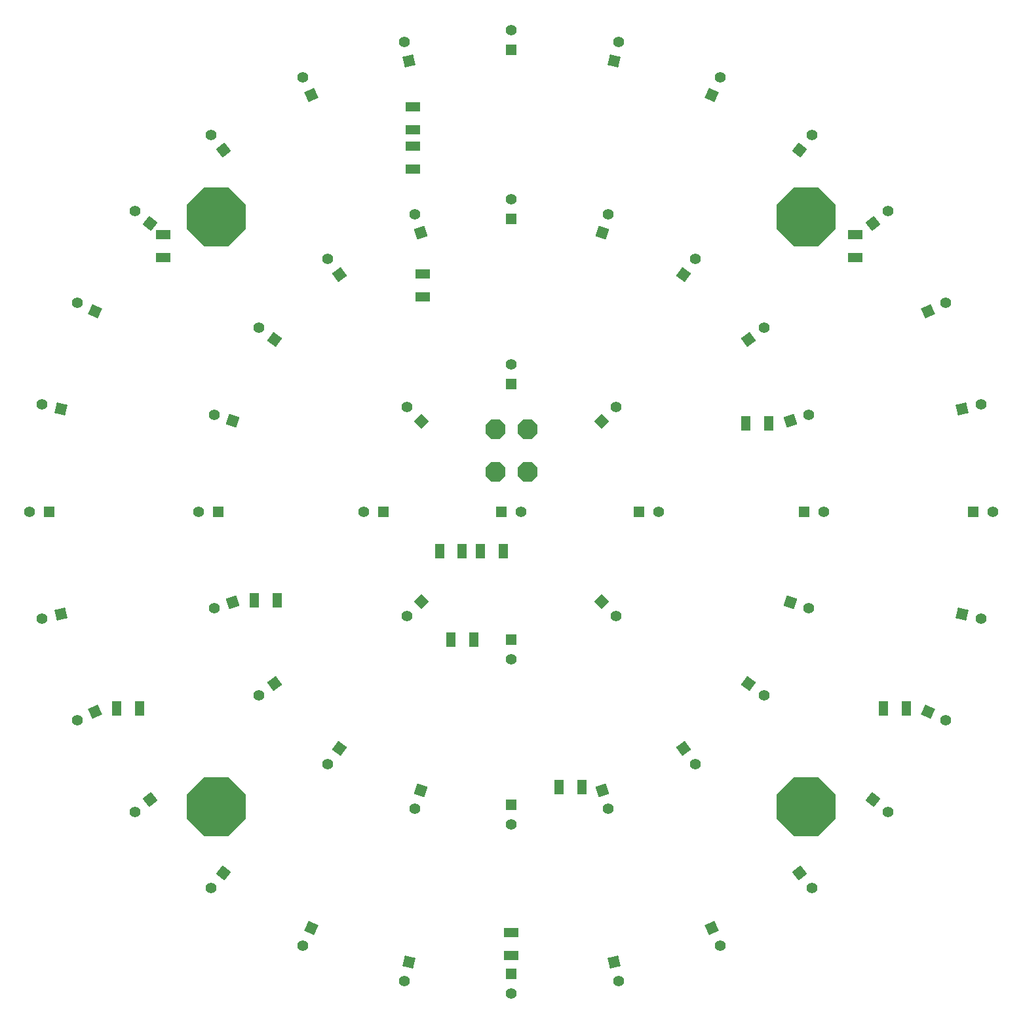
<source format=gbs>
G04*
G04 #@! TF.GenerationSoftware,Altium Limited,Altium Designer,18.1.7 (191)*
G04*
G04 Layer_Color=16711935*
%FSLAX44Y44*%
%MOMM*%
G71*
G01*
G75*
%ADD15P,8.2479X8X22.5*%
%ADD16P,2.8142X8X202.5*%
%ADD17P,2.8142X8X292.5*%
%ADD18C,1.4000*%
%ADD19P,1.9799X4X270.0*%
%ADD20R,1.4000X1.4000*%
%ADD21R,1.4000X1.4000*%
%ADD22P,1.9799X4X173.6*%
%ADD23P,1.9799X4X237.9*%
%ADD24P,1.9799X4X302.1*%
%ADD25P,1.9799X4X366.4*%
%ADD26P,1.9799X4X70.7*%
%ADD27P,1.9799X4X207.0*%
%ADD28P,1.9799X4X297.0*%
%ADD29P,1.9799X4X160.7*%
%ADD30R,1.4000X1.4000*%
%ADD31P,1.9799X4X289.3*%
%ADD32P,1.9799X4X180.0*%
%ADD33P,1.9799X4X189.0*%
%ADD34P,1.9799X4X279.0*%
%ADD35P,1.9799X4X147.9*%
%ADD36P,1.9799X4X212.1*%
%ADD37P,1.9799X4X276.4*%
%ADD38P,1.9799X4X171.0*%
%ADD39P,1.9799X4X261.0*%
%ADD40P,1.9799X4X199.3*%
%ADD41P,1.9799X4X263.6*%
%ADD42P,1.9799X4X153.0*%
%ADD43P,1.9799X4X243.0*%
%ADD44R,1.4000X1.4000*%
%ADD79R,1.2500X1.9000*%
%ADD80R,1.9000X1.2500*%
D15*
X-381000Y-381000D02*
D03*
X381000D02*
D03*
Y381000D02*
D03*
X-381000D02*
D03*
D16*
X20999Y106240D02*
D03*
X-21001Y106240D02*
D03*
D17*
X20999Y51240D02*
D03*
X-21001Y51240D02*
D03*
D18*
X-134704Y-134704D02*
D03*
X0Y190500D02*
D03*
X-403860Y0D02*
D03*
X0Y-403860D02*
D03*
X403860Y0D02*
D03*
X-387998Y486534D02*
D03*
X-606698Y-138474D02*
D03*
X-138475Y-606698D02*
D03*
X486533Y-387998D02*
D03*
X560673Y270006D02*
D03*
X-190500Y0D02*
D03*
X134704Y134704D02*
D03*
X-384094Y124800D02*
D03*
X-124800Y-384094D02*
D03*
X384094Y-124800D02*
D03*
X124800Y384094D02*
D03*
X-270006Y560673D02*
D03*
X-622300Y0D02*
D03*
X-270006Y-560673D02*
D03*
X387997Y-486534D02*
D03*
X606698Y138475D02*
D03*
X138475Y606698D02*
D03*
X-134704Y134704D02*
D03*
X190500Y0D02*
D03*
X-326730Y237383D02*
D03*
X-237383Y-326730D02*
D03*
X326730Y-237383D02*
D03*
X237383Y326730D02*
D03*
X-138475Y606698D02*
D03*
X-606698Y138475D02*
D03*
X-387998Y-486533D02*
D03*
X270005Y-560673D02*
D03*
X622300Y-1D02*
D03*
X270006Y560673D02*
D03*
X12700Y0D02*
D03*
X134704Y-134704D02*
D03*
X-237383Y326730D02*
D03*
X-326730Y-237383D02*
D03*
X237383Y-326730D02*
D03*
X326730Y237383D02*
D03*
X-560673Y270006D02*
D03*
X-486534Y-387997D02*
D03*
X138474Y-606698D02*
D03*
X606698Y-138476D02*
D03*
X387998Y486534D02*
D03*
X0Y-190500D02*
D03*
X-124800Y384094D02*
D03*
X-384094Y-124800D02*
D03*
X124800Y-384094D02*
D03*
X384094Y124800D02*
D03*
X-486534Y387998D02*
D03*
X-560673Y-270005D02*
D03*
X-1Y-622300D02*
D03*
X560673Y-270007D02*
D03*
X486534Y387998D02*
D03*
X0Y622300D02*
D03*
X0Y403860D02*
D03*
D19*
X-116743Y-116743D02*
D03*
X116743Y116743D02*
D03*
D20*
X0Y165100D02*
D03*
Y-378460D02*
D03*
Y-165100D02*
D03*
X-1Y-596900D02*
D03*
X0Y378460D02*
D03*
D21*
X-378460Y0D02*
D03*
X378460D02*
D03*
X-165100D02*
D03*
X165100D02*
D03*
X596900Y-1D02*
D03*
X-12700Y0D02*
D03*
D22*
X-372161Y466675D02*
D03*
X372160Y-466676D02*
D03*
D23*
X-581935Y-132822D02*
D03*
X581935Y132823D02*
D03*
D24*
X-132823Y-581934D02*
D03*
X132823Y581934D02*
D03*
D25*
X466675Y-372162D02*
D03*
X-466675Y372161D02*
D03*
D26*
X537788Y258985D02*
D03*
X-537789Y-258985D02*
D03*
D27*
X-359937Y116951D02*
D03*
X359937Y-116951D02*
D03*
D28*
X-116951Y-359937D02*
D03*
X116951Y359937D02*
D03*
D29*
X-258985Y537788D02*
D03*
X258985Y-537789D02*
D03*
D30*
X-596900Y0D02*
D03*
D31*
X-258986Y-537788D02*
D03*
X258985Y537788D02*
D03*
D32*
X-116743Y116743D02*
D03*
X116743Y-116743D02*
D03*
D33*
X-306181Y222453D02*
D03*
X306181Y-222453D02*
D03*
D34*
X-222453Y-306181D02*
D03*
X222453Y306181D02*
D03*
D35*
X-132823Y581935D02*
D03*
X132822Y-581935D02*
D03*
D36*
X-581934Y132823D02*
D03*
X581934Y-132823D02*
D03*
D37*
X-372161Y-466675D02*
D03*
X372161Y466675D02*
D03*
D38*
X-222453Y306181D02*
D03*
X222453Y-306181D02*
D03*
D39*
X-306181Y-222453D02*
D03*
X306181Y222453D02*
D03*
D40*
X-537788Y258986D02*
D03*
X537788Y-258986D02*
D03*
D41*
X-466675Y-372161D02*
D03*
X466675Y372161D02*
D03*
D42*
X-116951Y359937D02*
D03*
X116951Y-359937D02*
D03*
D43*
X-359937Y-116951D02*
D03*
X359937Y116951D02*
D03*
D44*
X0Y596900D02*
D03*
D79*
X480800Y-254000D02*
D03*
X509800D02*
D03*
X-480800D02*
D03*
X-509800D02*
D03*
X303000Y114300D02*
D03*
X332000D02*
D03*
X61700Y-355600D02*
D03*
X90700D02*
D03*
X-303000Y-114300D02*
D03*
X-332000D02*
D03*
X-78000Y-165100D02*
D03*
X-49000D02*
D03*
X-39900Y-50800D02*
D03*
X-10900D02*
D03*
X-92500D02*
D03*
X-63500D02*
D03*
D80*
X0Y-544300D02*
D03*
Y-573300D02*
D03*
X-450114Y328400D02*
D03*
Y357400D02*
D03*
X-127000Y442700D02*
D03*
Y471700D02*
D03*
X-114300Y277600D02*
D03*
Y306600D02*
D03*
X-127000Y493500D02*
D03*
Y522500D02*
D03*
X444500Y328400D02*
D03*
Y357400D02*
D03*
M02*

</source>
